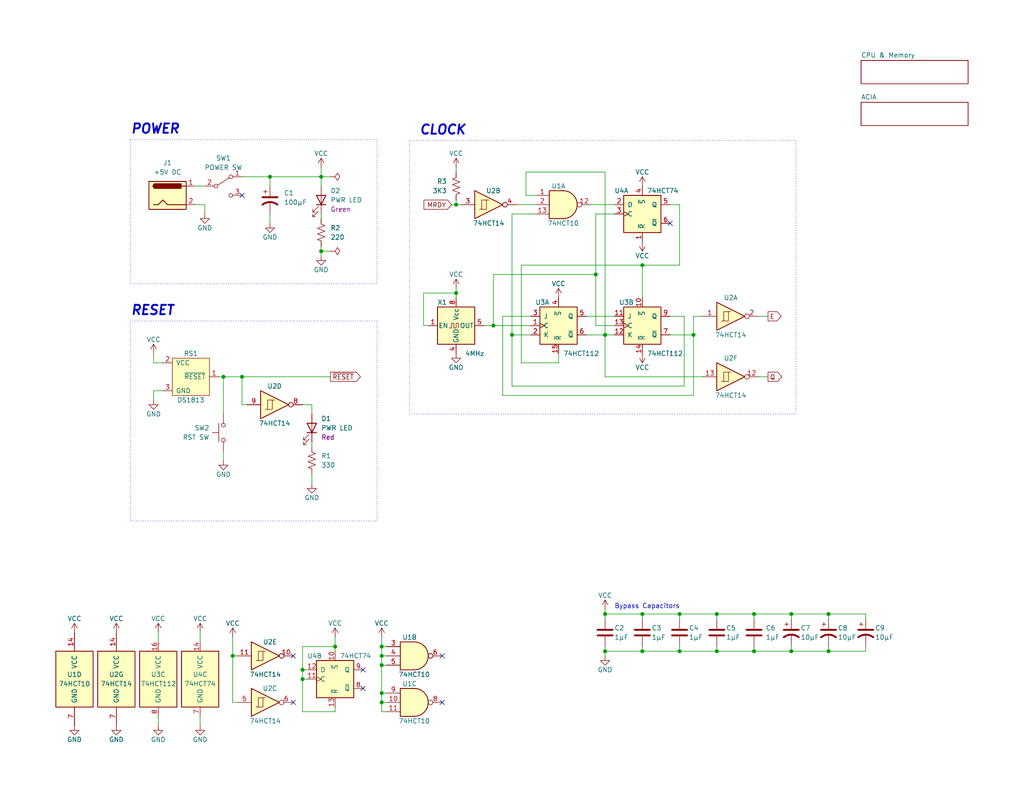
<source format=kicad_sch>
(kicad_sch (version 20230121) (generator eeschema)
  (paper "USLetter")
  (title_block (title "Power, Reset, Clock") (date "2024-02-18") (rev "1.0") (company "Frédéric Segard") (comment 1 "MicroHobbyist") (comment 2 "microhobbyist.com"))
  (lib_symbols
    (symbol "0_Library:DS1813" (pin_names (offset 1.016))
      (property "Reference" "RS" (at 0 2.54 0))
      (property "Value" "DS1813" (at 0 0 0))
      (symbol "DS1813_0_1"
        (rectangle (start 5.08 -1.27) (end -5.08 -11.43) (fill (type background)))
      )
      (symbol "DS1813_1_1"
        (pin output line (at 7.62 -6.35 180) (length 2.54) (name "~{RESET}") (number "1"))
        (pin input line (at -7.62 -2.54 0) (length 2.54) (name "VCC") (number "2"))
        (pin power_in line (at -7.62 -10.16 0) (length 2.54) (name "GND") (number "3"))
      )
    )
    (symbol "74xx:74HC74" (pin_names (offset 1.016))
      (property "Reference" "U" (at -7.62 8.89 0))
      (property "Value" "74HC74" (at -7.62 -8.89 0))
      (symbol "74HC74_1_0"
        (pin input line (at 0 -7.62 90) (length 2.54) (name "~{R}") (number "1"))
        (pin input line (at -7.62 2.54 0) (length 2.54) (name "D") (number "2"))
        (pin input clock (at -7.62 0 0) (length 2.54) (name "C") (number "3"))
        (pin input line (at 0 7.62 270) (length 2.54) (name "~{S}") (number "4"))
        (pin output line (at 7.62 2.54 180) (length 2.54) (name "Q") (number "5"))
        (pin output line (at 7.62 -2.54 180) (length 2.54) (name "~{Q}") (number "6"))
      )
      (symbol "74HC74_1_1"
        (rectangle (start -5.08 5.08) (end 5.08 -5.08) (stroke (width 0.254)) (fill (type background)))
      )
      (symbol "74HC74_2_0"
        (pin input line (at 0 7.62 270) (length 2.54) (name "~{S}") (number "10"))
        (pin input clock (at -7.62 0 0) (length 2.54) (name "C") (number "11"))
        (pin input line (at -7.62 2.54 0) (length 2.54) (name "D") (number "12"))
        (pin input line (at 0 -7.62 90) (length 2.54) (name "~{R}") (number "13"))
        (pin output line (at 7.62 -2.54 180) (length 2.54) (name "~{Q}") (number "8"))
        (pin output line (at 7.62 2.54 180) (length 2.54) (name "Q") (number "9"))
      )
      (symbol "74HC74_2_1"
        (rectangle (start -5.08 5.08) (end 5.08 -5.08) (stroke (width 0.254)) (fill (type background)))
      )
      (symbol "74HC74_3_0"
        (pin power_in line (at 0 10.16 270) (length 2.54) (name "VCC") (number "14"))
        (pin power_in line (at 0 -10.16 90) (length 2.54) (name "GND") (number "7"))
      )
      (symbol "74HC74_3_1"
        (rectangle (start -5.08 7.62) (end 5.08 -7.62) (stroke (width 0.254)) (fill (type background)))
      )
    )
    (symbol "74xx:74LS10" (pin_names (offset 1.016))
      (property "Reference" "U" (at 0 1.27 0))
      (property "Value" "74LS10" (at 0 -1.27 0))
      (symbol "74LS10_1_1"
        (arc (start 0 -3.81) (mid 3.7934 0) (end 0 3.81) (stroke (width 0.254)) (fill (type background)))
        (polyline (pts (xy 0 3.81) (xy -3.81 3.81) (xy -3.81 -3.81) (xy 0 -3.81)) (stroke (width 0.254)) (fill (type background)))
        (pin input line (at -7.62 2.54 0) (length 3.81) (name "~") (number "1"))
        (pin output inverted (at 7.62 0 180) (length 3.81) (name "~") (number "12"))
        (pin input line (at -7.62 -2.54 0) (length 3.81) (name "~") (number "13"))
        (pin input line (at -7.62 0 0) (length 3.81) (name "~") (number "2"))
      )
      (symbol "74LS10_1_2"
        (arc (start -3.81 -3.81) (mid -2.589 0) (end -3.81 3.81) (stroke (width 0.254)))
        (arc (start -0.6096 -3.81) (mid 2.1842 -2.5851) (end 3.81 0) (stroke (width 0.254)) (fill (type background)))
        (polyline (pts (xy -3.81 -3.81) (xy -0.635 -3.81)) (stroke (width 0.254)) (fill (type background)))
        (polyline (pts (xy -3.81 3.81) (xy -0.635 3.81)) (stroke (width 0.254)) (fill (type background)))
        (polyline (pts (xy -0.635 3.81) (xy -3.81 3.81) (xy -3.81 3.81) (xy -3.556 3.4036) (xy -3.0226 2.2606) (xy -2.6924 1.0414) (xy -2.6162 -0.254) (xy -2.7686 -1.4986) (xy -3.175 -2.7178) (xy -3.81 -3.81) (xy -3.81 -3.81) (xy -0.635 -3.81)) (stroke (width -25.4)) (fill (type background)))
        (arc (start 3.81 0) (mid 2.1915 2.5936) (end -0.6096 3.81) (stroke (width 0.254)) (fill (type background)))
        (pin input inverted (at -7.62 2.54 0) (length 4.318) (name "~") (number "1"))
        (pin output line (at 7.62 0 180) (length 3.81) (name "~") (number "12"))
        (pin input inverted (at -7.62 -2.54 0) (length 4.318) (name "~") (number "13"))
        (pin input inverted (at -7.62 0 0) (length 4.953) (name "~") (number "2"))
      )
      (symbol "74LS10_2_1"
        (arc (start 0 -3.81) (mid 3.7934 0) (end 0 3.81) (stroke (width 0.254)) (fill (type background)))
        (polyline (pts (xy 0 3.81) (xy -3.81 3.81) (xy -3.81 -3.81) (xy 0 -3.81)) (stroke (width 0.254)) (fill (type background)))
        (pin input line (at -7.62 2.54 0) (length 3.81) (name "~") (number "3"))
        (pin input line (at -7.62 0 0) (length 3.81) (name "~") (number "4"))
        (pin input line (at -7.62 -2.54 0) (length 3.81) (name "~") (number "5"))
        (pin output inverted (at 7.62 0 180) (length 3.81) (name "~") (number "6"))
      )
      (symbol "74LS10_2_2"
        (arc (start -3.81 -3.81) (mid -2.589 0) (end -3.81 3.81) (stroke (width 0.254)))
        (arc (start -0.6096 -3.81) (mid 2.1842 -2.5851) (end 3.81 0) (stroke (width 0.254)) (fill (type background)))
        (polyline (pts (xy -3.81 -3.81) (xy -0.635 -3.81)) (stroke (width 0.254)) (fill (type background)))
        (polyline (pts (xy -3.81 3.81) (xy -0.635 3.81)) (stroke (width 0.254)) (fill (type background)))
        (polyline (pts (xy -0.635 3.81) (xy -3.81 3.81) (xy -3.81 3.81) (xy -3.556 3.4036) (xy -3.0226 2.2606) (xy -2.6924 1.0414) (xy -2.6162 -0.254) (xy -2.7686 -1.4986) (xy -3.175 -2.7178) (xy -3.81 -3.81) (xy -3.81 -3.81) (xy -0.635 -3.81)) (stroke (width -25.4)) (fill (type background)))
        (arc (start 3.81 0) (mid 2.1915 2.5936) (end -0.6096 3.81) (stroke (width 0.254)) (fill (type background)))
        (pin input inverted (at -7.62 2.54 0) (length 4.318) (name "~") (number "3"))
        (pin input inverted (at -7.62 0 0) (length 4.953) (name "~") (number "4"))
        (pin input inverted (at -7.62 -2.54 0) (length 4.318) (name "~") (number "5"))
        (pin output line (at 7.62 0 180) (length 3.81) (name "~") (number "6"))
      )
      (symbol "74LS10_3_1"
        (arc (start 0 -3.81) (mid 3.7934 0) (end 0 3.81) (stroke (width 0.254)) (fill (type background)))
        (polyline (pts (xy 0 3.81) (xy -3.81 3.81) (xy -3.81 -3.81) (xy 0 -3.81)) (stroke (width 0.254)) (fill (type background)))
        (pin input line (at -7.62 0 0) (length 3.81) (name "~") (number "10"))
        (pin input line (at -7.62 -2.54 0) (length 3.81) (name "~") (number "11"))
        (pin output inverted (at 7.62 0 180) (length 3.81) (name "~") (number "8"))
        (pin input line (at -7.62 2.54 0) (length 3.81) (name "~") (number "9"))
      )
      (symbol "74LS10_3_2"
        (arc (start -3.81 -3.81) (mid -2.589 0) (end -3.81 3.81) (stroke (width 0.254)))
        (arc (start -0.6096 -3.81) (mid 2.1842 -2.5851) (end 3.81 0) (stroke (width 0.254)) (fill (type background)))
        (polyline (pts (xy -3.81 -3.81) (xy -0.635 -3.81)) (stroke (width 0.254)) (fill (type background)))
        (polyline (pts (xy -3.81 3.81) (xy -0.635 3.81)) (stroke (width 0.254)) (fill (type background)))
        (polyline (pts (xy -0.635 3.81) (xy -3.81 3.81) (xy -3.81 3.81) (xy -3.556 3.4036) (xy -3.0226 2.2606) (xy -2.6924 1.0414) (xy -2.6162 -0.254) (xy -2.7686 -1.4986) (xy -3.175 -2.7178) (xy -3.81 -3.81) (xy -3.81 -3.81) (xy -0.635 -3.81)) (stroke (width -25.4)) (fill (type background)))
        (arc (start 3.81 0) (mid 2.1915 2.5936) (end -0.6096 3.81) (stroke (width 0.254)) (fill (type background)))
        (pin input inverted (at -7.62 0 0) (length 4.953) (name "~") (number "10"))
        (pin input inverted (at -7.62 -2.54 0) (length 4.318) (name "~") (number "11"))
        (pin output line (at 7.62 0 180) (length 3.81) (name "~") (number "8"))
        (pin input inverted (at -7.62 2.54 0) (length 4.318) (name "~") (number "9"))
      )
      (symbol "74LS10_4_0"
        (pin power_in line (at 0 12.7 270) (length 5.08) (name "VCC") (number "14"))
        (pin power_in line (at 0 -12.7 90) (length 5.08) (name "GND") (number "7"))
      )
      (symbol "74LS10_4_1"
        (rectangle (start -5.08 7.62) (end 5.08 -7.62) (stroke (width 0.254)) (fill (type background)))
      )
    )
    (symbol "74xx:74LS112" (pin_names (offset 1.016))
      (property "Reference" "U" (at -7.62 8.89 0))
      (property "Value" "74LS112" (at -7.62 -8.89 0))
      (symbol "74LS112_1_0"
        (pin input clock (at -7.62 0 0) (length 2.54) (name "C") (number "1"))
        (pin input line (at 0 -7.62 90) (length 2.54) (name "~{R}") (number "15"))
        (pin input line (at -7.62 -2.54 0) (length 2.54) (name "K") (number "2"))
        (pin input line (at -7.62 2.54 0) (length 2.54) (name "J") (number "3"))
        (pin input line (at 0 7.62 270) (length 2.54) (name "~{S}") (number "4"))
        (pin output line (at 7.62 2.54 180) (length 2.54) (name "Q") (number "5"))
        (pin output line (at 7.62 -2.54 180) (length 2.54) (name "~{Q}") (number "6"))
      )
      (symbol "74LS112_1_1"
        (rectangle (start -5.08 5.08) (end 5.08 -5.08) (stroke (width 0.254)) (fill (type background)))
      )
      (symbol "74LS112_2_0"
        (pin input line (at 0 7.62 270) (length 2.54) (name "~{S}") (number "10"))
        (pin input line (at -7.62 2.54 0) (length 2.54) (name "J") (number "11"))
        (pin input line (at -7.62 -2.54 0) (length 2.54) (name "K") (number "12"))
        (pin input clock (at -7.62 0 0) (length 2.54) (name "C") (number "13"))
        (pin input line (at 0 -7.62 90) (length 2.54) (name "~{R}") (number "14"))
        (pin output line (at 7.62 -2.54 180) (length 2.54) (name "~{Q}") (number "7"))
        (pin output line (at 7.62 2.54 180) (length 2.54) (name "Q") (number "9"))
      )
      (symbol "74LS112_2_1"
        (rectangle (start -5.08 5.08) (end 5.08 -5.08) (stroke (width 0.254)) (fill (type background)))
      )
      (symbol "74LS112_3_0"
        (pin power_in line (at 0 10.16 270) (length 2.54) (name "VCC") (number "16"))
        (pin power_in line (at 0 -10.16 90) (length 2.54) (name "GND") (number "8"))
      )
      (symbol "74LS112_3_1"
        (rectangle (start -5.08 7.62) (end 5.08 -7.62) (stroke (width 0.254)) (fill (type background)))
      )
    )
    (symbol "74xx:74LS14" (pin_names (offset 1.016))
      (property "Reference" "U" (at 0 1.27 0))
      (property "Value" "74LS14" (at 0 -1.27 0))
      (symbol "74LS14_1_0"
        (polyline (pts (xy -3.81 3.81) (xy -3.81 -3.81) (xy 3.81 0) (xy -3.81 3.81)) (stroke (width 0.254)) (fill (type background)))
        (pin input line (at -7.62 0 0) (length 3.81) (name "~") (number "1"))
        (pin output inverted (at 7.62 0 180) (length 3.81) (name "~") (number "2"))
      )
      (symbol "74LS14_1_1"
        (polyline (pts (xy -1.905 -1.27) (xy -1.905 1.27) (xy -0.635 1.27)))
        (polyline (pts (xy -2.54 -1.27) (xy -0.635 -1.27) (xy -0.635 1.27) (xy 0 1.27)))
      )
      (symbol "74LS14_2_0"
        (polyline (pts (xy -3.81 3.81) (xy -3.81 -3.81) (xy 3.81 0) (xy -3.81 3.81)) (stroke (width 0.254)) (fill (type background)))
        (pin input line (at -7.62 0 0) (length 3.81) (name "~") (number "3"))
        (pin output inverted (at 7.62 0 180) (length 3.81) (name "~") (number "4"))
      )
      (symbol "74LS14_2_1"
        (polyline (pts (xy -1.905 -1.27) (xy -1.905 1.27) (xy -0.635 1.27)))
        (polyline (pts (xy -2.54 -1.27) (xy -0.635 -1.27) (xy -0.635 1.27) (xy 0 1.27)))
      )
      (symbol "74LS14_3_0"
        (polyline (pts (xy -3.81 3.81) (xy -3.81 -3.81) (xy 3.81 0) (xy -3.81 3.81)) (stroke (width 0.254)) (fill (type background)))
        (pin input line (at -7.62 0 0) (length 3.81) (name "~") (number "5"))
        (pin output inverted (at 7.62 0 180) (length 3.81) (name "~") (number "6"))
      )
      (symbol "74LS14_3_1"
        (polyline (pts (xy -1.905 -1.27) (xy -1.905 1.27) (xy -0.635 1.27)))
        (polyline (pts (xy -2.54 -1.27) (xy -0.635 -1.27) (xy -0.635 1.27) (xy 0 1.27)))
      )
      (symbol "74LS14_4_0"
        (polyline (pts (xy -3.81 3.81) (xy -3.81 -3.81) (xy 3.81 0) (xy -3.81 3.81)) (stroke (width 0.254)) (fill (type background)))
        (pin output inverted (at 7.62 0 180) (length 3.81) (name "~") (number "8"))
        (pin input line (at -7.62 0 0) (length 3.81) (name "~") (number "9"))
      )
      (symbol "74LS14_4_1"
        (polyline (pts (xy -1.905 -1.27) (xy -1.905 1.27) (xy -0.635 1.27)))
        (polyline (pts (xy -2.54 -1.27) (xy -0.635 -1.27) (xy -0.635 1.27) (xy 0 1.27)))
      )
      (symbol "74LS14_5_0"
        (polyline (pts (xy -3.81 3.81) (xy -3.81 -3.81) (xy 3.81 0) (xy -3.81 3.81)) (stroke (width 0.254)) (fill (type background)))
        (pin output inverted (at 7.62 0 180) (length 3.81) (name "~") (number "10"))
        (pin input line (at -7.62 0 0) (length 3.81) (name "~") (number "11"))
      )
      (symbol "74LS14_5_1"
        (polyline (pts (xy -1.905 -1.27) (xy -1.905 1.27) (xy -0.635 1.27)))
        (polyline (pts (xy -2.54 -1.27) (xy -0.635 -1.27) (xy -0.635 1.27) (xy 0 1.27)))
      )
      (symbol "74LS14_6_0"
        (polyline (pts (xy -3.81 3.81) (xy -3.81 -3.81) (xy 3.81 0) (xy -3.81 3.81)) (stroke (width 0.254)) (fill (type background)))
        (pin output inverted (at 7.62 0 180) (length 3.81) (name "~") (number "12"))
        (pin input line (at -7.62 0 0) (length 3.81) (name "~") (number "13"))
      )
      (symbol "74LS14_6_1"
        (polyline (pts (xy -1.905 -1.27) (xy -1.905 1.27) (xy -0.635 1.27)))
        (polyline (pts (xy -2.54 -1.27) (xy -0.635 -1.27) (xy -0.635 1.27) (xy 0 1.27)))
      )
      (symbol "74LS14_7_0"
        (pin power_in line (at 0 12.7 270) (length 5.08) (name "VCC") (number "14"))
        (pin power_in line (at 0 -12.7 90) (length 5.08) (name "GND") (number "7"))
      )
      (symbol "74LS14_7_1"
        (rectangle (start -5.08 7.62) (end 5.08 -7.62) (stroke (width 0.254)) (fill (type background)))
      )
    )
    (symbol "Connector:Barrel_Jack" (pin_names (offset 1.016))
      (property "Reference" "J" (at 0 5.334 0))
      (property "Value" "Barrel_Jack" (at 0 -5.08 0))
      (symbol "Barrel_Jack_0_1"
        (rectangle (start -5.08 3.81) (end 5.08 -3.81) (stroke (width 0.254)) (fill (type background)))
        (arc (start -3.302 3.175) (mid -3.9343 2.54) (end -3.302 1.905) (stroke (width 0.254)))
        (arc (start -3.302 3.175) (mid -3.9343 2.54) (end -3.302 1.905) (stroke (width 0.254)) (fill (type outline)))
        (polyline (pts (xy 5.08 2.54) (xy 3.81 2.54)) (stroke (width 0.254)))
        (polyline (pts (xy -3.81 -2.54) (xy -2.54 -2.54) (xy -1.27 -1.27) (xy 0 -2.54) (xy 2.54 -2.54) (xy 5.08 -2.54)) (stroke (width 0.254)))
        (rectangle (start 3.683 3.175) (end -3.302 1.905) (stroke (width 0.254)) (fill (type outline)))
      )
      (symbol "Barrel_Jack_1_1"
        (pin passive line (at 7.62 2.54 180) (length 2.54) (name "~") (number "1"))
        (pin passive line (at 7.62 -2.54 180) (length 2.54) (name "~") (number "2"))
      )
    )
    (symbol "Device:C" (pin_numbers hide) (pin_names (offset 0.254))
      (property "Reference" "C" (at 0.635 2.54 0))
      (property "Value" "C" (at 0.635 -2.54 0))
      (symbol "C_0_1"
        (polyline (pts (xy -2.032 -0.762) (xy 2.032 -0.762)) (stroke (width 0.508)))
        (polyline (pts (xy -2.032 0.762) (xy 2.032 0.762)) (stroke (width 0.508)))
      )
      (symbol "C_1_1"
        (pin passive line (at 0 3.81 270) (length 2.794) (name "~") (number "1"))
        (pin passive line (at 0 -3.81 90) (length 2.794) (name "~") (number "2"))
      )
    )
    (symbol "Device:C_Polarized_US" (pin_numbers hide) (pin_names (offset 0.254) hide)
      (property "Reference" "C" (at 0.635 2.54 0))
      (property "Value" "C_Polarized_US" (at 0.635 -2.54 0))
      (symbol "C_Polarized_US_0_1"
        (polyline (pts (xy -2.032 0.762) (xy 2.032 0.762)) (stroke (width 0.508)))
        (polyline (pts (xy -1.778 2.286) (xy -0.762 2.286)))
        (polyline (pts (xy -1.27 1.778) (xy -1.27 2.794)))
        (arc (start 2.032 -1.27) (mid 0 -0.5572) (end -2.032 -1.27) (stroke (width 0.508)))
      )
      (symbol "C_Polarized_US_1_1"
        (pin passive line (at 0 3.81 270) (length 2.794) (name "~") (number "1"))
        (pin passive line (at 0 -3.81 90) (length 3.302) (name "~") (number "2"))
      )
    )
    (symbol "Device:LED" (pin_numbers hide) (pin_names (offset 1.016) hide)
      (property "Reference" "D" (at 0 2.54 0))
      (property "Value" "LED" (at 0 -2.54 0))
      (symbol "LED_0_1"
        (polyline (pts (xy -1.27 -1.27) (xy -1.27 1.27)) (stroke (width 0.254)))
        (polyline (pts (xy -1.27 0) (xy 1.27 0)))
        (polyline (pts (xy 1.27 -1.27) (xy 1.27 1.27) (xy -1.27 0) (xy 1.27 -1.27)) (stroke (width 0.254)))
        (polyline (pts (xy -3.048 -0.762) (xy -4.572 -2.286) (xy -3.81 -2.286) (xy -4.572 -2.286) (xy -4.572 -1.524)))
        (polyline (pts (xy -1.778 -0.762) (xy -3.302 -2.286) (xy -2.54 -2.286) (xy -3.302 -2.286) (xy -3.302 -1.524)))
      )
      (symbol "LED_1_1"
        (pin passive line (at -3.81 0 0) (length 2.54) (name "K") (number "1"))
        (pin passive line (at 3.81 0 180) (length 2.54) (name "A") (number "2"))
      )
    )
    (symbol "Device:R_US" (pin_numbers hide) (pin_names (offset 0))
      (property "Reference" "R" (at 2.54 0 90))
      (property "Value" "R_US" (at -2.54 0 90))
      (symbol "R_US_0_1"
        (polyline (pts (xy 0 -2.286) (xy 0 -2.54)))
        (polyline (pts (xy 0 2.286) (xy 0 2.54)))
        (polyline (pts (xy 0 -0.762) (xy 1.016 -1.143) (xy 0 -1.524) (xy -1.016 -1.905) (xy 0 -2.286)))
        (polyline (pts (xy 0 0.762) (xy 1.016 0.381) (xy 0 0) (xy -1.016 -0.381) (xy 0 -0.762)))
        (polyline (pts (xy 0 2.286) (xy 1.016 1.905) (xy 0 1.524) (xy -1.016 1.143) (xy 0 0.762)))
      )
      (symbol "R_US_1_1"
        (pin passive line (at 0 3.81 270) (length 1.27) (name "~") (number "1"))
        (pin passive line (at 0 -3.81 90) (length 1.27) (name "~") (number "2"))
      )
    )
    (symbol "Oscillator:CXO_DIP8" (pin_names (offset 0.254))
      (property "Reference" "X" (at -5.08 6.35 0))
      (property "Value" "CXO_DIP8" (at 1.27 -6.35 0))
      (symbol "CXO_DIP8_0_1"
        (rectangle (start -5.08 5.08) (end 5.08 -5.08) (stroke (width 0.254)) (fill (type background)))
        (polyline (pts (xy -1.905 -0.635) (xy -1.27 -0.635) (xy -1.27 0.635) (xy -0.635 0.635) (xy -0.635 -0.635) (xy 0 -0.635) (xy 0 0.635) (xy 0.635 0.635) (xy 0.635 -0.635)))
      )
      (symbol "CXO_DIP8_1_1"
        (pin input line (at -7.62 0 0) (length 2.54) (name "EN") (number "1"))
        (pin power_in line (at 0 -7.62 90) (length 2.54) (name "GND") (number "4"))
        (pin output line (at 7.62 0 180) (length 2.54) (name "OUT") (number "5"))
        (pin power_in line (at 0 7.62 270) (length 2.54) (name "Vcc") (number "8"))
      )
    )
    (symbol "Switch:SW_Push" (pin_numbers hide) (pin_names (offset 1.016) hide)
      (property "Reference" "SW" (at 1.27 2.54 0))
      (property "Value" "SW_Push" (at 0 -1.524 0))
      (symbol "SW_Push_0_1"
        (circle (center -2.032 0) (radius 0.508))
        (polyline (pts (xy 0 1.27) (xy 0 3.048)))
        (polyline (pts (xy 2.54 1.27) (xy -2.54 1.27)))
        (circle (center 2.032 0) (radius 0.508))
        (pin passive line (at -5.08 0 0) (length 2.54) (name "1") (number "1"))
        (pin passive line (at 5.08 0 180) (length 2.54) (name "2") (number "2"))
      )
    )
    (symbol "Switch:SW_SPDT" (pin_names (offset 0) hide)
      (property "Reference" "SW" (at 0 4.318 0))
      (property "Value" "SW_SPDT" (at 0 -5.08 0))
      (symbol "SW_SPDT_0_0"
        (circle (center -2.032 0) (radius 0.508))
        (circle (center 2.032 -2.54) (radius 0.508))
      )
      (symbol "SW_SPDT_0_1"
        (polyline (pts (xy -1.524 0.254) (xy 1.651 2.286)))
        (circle (center 2.032 2.54) (radius 0.508))
      )
      (symbol "SW_SPDT_1_1"
        (pin passive line (at 5.08 2.54 180) (length 2.54) (name "A") (number "1"))
        (pin passive line (at -5.08 0 0) (length 2.54) (name "B") (number "2"))
        (pin passive line (at 5.08 -2.54 180) (length 2.54) (name "C") (number "3"))
      )
    )
    (symbol "power:GND" (power) (pin_names (offset 0))
      (property "Value" "GND" (at 0 -3.81 0))
      (symbol "GND_0_1"
        (polyline (pts (xy 0 0) (xy 0 -1.27) (xy 1.27 -1.27) (xy 0 -2.54) (xy -1.27 -1.27) (xy 0 -1.27)))
      )
      (symbol "GND_1_1"
        (pin power_in line (at 0 0 270) (length 0) hide (name "GND") (number "1"))
      )
    )
    (symbol "power:PWR_FLAG" (power) (pin_numbers hide) (pin_names (offset 0) hide)
      (property "Value" "PWR_FLAG" (at 0 3.81 0))
      (symbol "PWR_FLAG_0_0"
        (pin power_out line (at 0 0 90) (length 0) (name "pwr") (number "1"))
      )
      (symbol "PWR_FLAG_0_1"
        (polyline (pts (xy 0 0) (xy 0 1.27) (xy -1.016 1.905) (xy 0 2.54) (xy 1.016 1.905) (xy 0 1.27)))
      )
    )
    (symbol "power:VCC" (power) (pin_names (offset 0))
      (property "Value" "VCC" (at 0 3.81 0))
      (symbol "VCC_0_1"
        (polyline (pts (xy -0.762 1.27) (xy 0 2.54)))
        (polyline (pts (xy 0 0) (xy 0 2.54)))
        (polyline (pts (xy 0 2.54) (xy 0.762 1.27)))
      )
      (symbol "VCC_1_1"
        (pin power_in line (at 0 0 90) (length 0) hide (name "VCC") (number "1"))
      )
    )
  )
  (junction (at 185.42 167.64))
  (junction (at 104.14 179.07))
  (junction (at 104.14 191.77))
  (junction (at 139.7 91.44))
  (junction (at 226.06 167.64))
  (junction (at 104.14 181.61))
  (junction (at 205.74 177.8))
  (junction (at 60.96 102.87))
  (junction (at 175.26 72.39))
  (junction (at 104.14 189.23))
  (junction (at 165.1 91.44))
  (junction (at 185.42 177.8))
  (junction (at 205.74 167.64))
  (junction (at 162.56 74.93))
  (junction (at 87.63 48.26))
  (junction (at 189.23 91.44))
  (junction (at 175.26 177.8))
  (junction (at 165.1 177.8))
  (junction (at 66.04 102.87))
  (junction (at 63.5 179.07))
  (junction (at 91.44 176.53))
  (junction (at 87.63 68.58))
  (junction (at 124.46 80.01))
  (junction (at 134.62 88.9))
  (junction (at 215.9 167.64))
  (junction (at 165.1 167.64))
  (junction (at 82.55 185.42))
  (junction (at 73.66 48.26))
  (junction (at 195.58 177.8))
  (junction (at 215.9 177.8))
  (junction (at 195.58 167.64))
  (junction (at 226.06 177.8))
  (junction (at 82.55 182.88))
  (junction (at 175.26 167.64))
  (junction (at 104.14 176.53))
  (junction (at 124.46 55.88))
  (no_connect (at 80.01 179.07))
  (no_connect (at 120.65 191.77))
  (no_connect (at 80.01 191.77))
  (no_connect (at 120.65 179.07))
  (no_connect (at 99.06 187.96))
  (no_connect (at 66.04 53.34))
  (no_connect (at 99.06 182.88))
  (no_connect (at 182.88 60.96))
  (wire (pts (xy 236.22 176.53) (xy 236.22 177.8)))
  (wire (pts (xy 63.5 173.99) (xy 63.5 179.07)))
  (wire (pts (xy 215.9 177.8) (xy 226.06 177.8)))
  (wire (pts (xy 43.18 195.58) (xy 43.18 198.12)))
  (wire (pts (xy 104.14 189.23) (xy 105.41 189.23)))
  (wire (pts (xy 87.63 68.58) (xy 90.17 68.58)))
  (wire (pts (xy 207.01 102.87) (xy 209.55 102.87)))
  (wire (pts (xy 137.16 86.36) (xy 137.16 107.95)))
  (wire (pts (xy 87.63 48.26) (xy 73.66 48.26)))
  (wire (pts (xy 87.63 58.42) (xy 87.63 59.69)))
  (wire (pts (xy 91.44 194.31) (xy 82.55 194.31)))
  (wire (pts (xy 63.5 179.07) (xy 63.5 191.77)))
  (wire (pts (xy 186.69 86.36) (xy 186.69 105.41)))
  (wire (pts (xy 182.88 86.36) (xy 186.69 86.36)))
  (wire (pts (xy 175.26 167.64) (xy 185.42 167.64)))
  (wire (pts (xy 87.63 48.26) (xy 87.63 50.8)))
  (wire (pts (xy 165.1 91.44) (xy 165.1 46.99)))
  (wire (pts (xy 161.29 55.88) (xy 167.64 55.88)))
  (wire (pts (xy 124.46 78.74) (xy 124.46 80.01)))
  (wire (pts (xy 165.1 177.8) (xy 175.26 177.8)))
  (wire (pts (xy 143.51 53.34) (xy 146.05 53.34)))
  (wire (pts (xy 85.09 129.54) (xy 85.09 132.08)))
  (wire (pts (xy 189.23 91.44) (xy 182.88 91.44)))
  (wire (pts (xy 104.14 181.61) (xy 104.14 179.07)))
  (wire (pts (xy 104.14 181.61) (xy 105.41 181.61)))
  (wire (pts (xy 186.69 105.41) (xy 139.7 105.41)))
  (wire (pts (xy 207.01 86.36) (xy 209.55 86.36)))
  (wire (pts (xy 205.74 167.64) (xy 205.74 168.91)))
  (wire (pts (xy 43.18 172.72) (xy 43.18 175.26)))
  (wire (pts (xy 142.24 99.06) (xy 142.24 72.39)))
  (wire (pts (xy 105.41 194.31) (xy 104.14 194.31)))
  (wire (pts (xy 66.04 102.87) (xy 66.04 110.49)))
  (wire (pts (xy 44.45 99.06) (xy 41.91 99.06)))
  (wire (pts (xy 167.64 88.9) (xy 162.56 88.9)))
  (wire (pts (xy 195.58 167.64) (xy 205.74 167.64)))
  (wire (pts (xy 152.4 96.52) (xy 152.4 99.06)))
  (wire (pts (xy 185.42 55.88) (xy 182.88 55.88)))
  (wire (pts (xy 82.55 176.53) (xy 91.44 176.53)))
  (wire (pts (xy 54.61 172.72) (xy 54.61 175.26)))
  (wire (pts (xy 134.62 88.9) (xy 144.78 88.9)))
  (wire (pts (xy 104.14 176.53) (xy 105.41 176.53)))
  (wire (pts (xy 139.7 91.44) (xy 139.7 58.42)))
  (wire (pts (xy 82.55 182.88) (xy 83.82 182.88)))
  (wire (pts (xy 143.51 46.99) (xy 143.51 53.34)))
  (wire (pts (xy 236.22 167.64) (xy 236.22 168.91)))
  (wire (pts (xy 54.61 195.58) (xy 54.61 198.12)))
  (wire (pts (xy 142.24 72.39) (xy 175.26 72.39)))
  (wire (pts (xy 82.55 110.49) (xy 85.09 110.49)))
  (wire (pts (xy 87.63 45.72) (xy 87.63 48.26)))
  (wire (pts (xy 53.34 55.88) (xy 55.88 55.88)))
  (wire (pts (xy 185.42 167.64) (xy 185.42 168.91)))
  (wire (pts (xy 165.1 177.8) (xy 165.1 179.07)))
  (wire (pts (xy 60.96 102.87) (xy 60.96 113.03)))
  (wire (pts (xy 215.9 177.8) (xy 205.74 177.8)))
  (wire (pts (xy 104.14 189.23) (xy 104.14 181.61)))
  (wire (pts (xy 162.56 58.42) (xy 162.56 74.93)))
  (wire (pts (xy 139.7 58.42) (xy 146.05 58.42)))
  (wire (pts (xy 124.46 55.88) (xy 125.73 55.88)))
  (wire (pts (xy 144.78 86.36) (xy 137.16 86.36)))
  (wire (pts (xy 165.1 176.53) (xy 165.1 177.8)))
  (wire (pts (xy 124.46 54.61) (xy 124.46 55.88)))
  (wire (pts (xy 162.56 58.42) (xy 167.64 58.42)))
  (wire (pts (xy 195.58 167.64) (xy 195.58 168.91)))
  (wire (pts (xy 82.55 194.31) (xy 82.55 185.42)))
  (wire (pts (xy 41.91 99.06) (xy 41.91 96.52)))
  (wire (pts (xy 226.06 167.64) (xy 226.06 168.91)))
  (wire (pts (xy 63.5 191.77) (xy 64.77 191.77)))
  (wire (pts (xy 226.06 167.64) (xy 236.22 167.64)))
  (wire (pts (xy 123.19 55.88) (xy 124.46 55.88)))
  (wire (pts (xy 85.09 110.49) (xy 85.09 113.03)))
  (wire (pts (xy 73.66 58.42) (xy 73.66 60.96)))
  (wire (pts (xy 91.44 176.53) (xy 91.44 173.99)))
  (wire (pts (xy 165.1 167.64) (xy 175.26 167.64)))
  (wire (pts (xy 175.26 176.53) (xy 175.26 177.8)))
  (wire (pts (xy 215.9 168.91) (xy 215.9 167.64)))
  (wire (pts (xy 87.63 68.58) (xy 87.63 69.85)))
  (wire (pts (xy 185.42 177.8) (xy 195.58 177.8)))
  (wire (pts (xy 175.26 167.64) (xy 175.26 168.91)))
  (wire (pts (xy 137.16 107.95) (xy 189.23 107.95)))
  (wire (pts (xy 60.96 102.87) (xy 59.69 102.87)))
  (wire (pts (xy 134.62 74.93) (xy 162.56 74.93)))
  (wire (pts (xy 175.26 177.8) (xy 185.42 177.8)))
  (wire (pts (xy 189.23 107.95) (xy 189.23 91.44)))
  (wire (pts (xy 91.44 193.04) (xy 91.44 194.31)))
  (wire (pts (xy 140.97 55.88) (xy 146.05 55.88)))
  (wire (pts (xy 162.56 88.9) (xy 162.56 74.93)))
  (wire (pts (xy 185.42 176.53) (xy 185.42 177.8)))
  (wire (pts (xy 165.1 102.87) (xy 165.1 91.44)))
  (wire (pts (xy 189.23 86.36) (xy 191.77 86.36)))
  (wire (pts (xy 104.14 194.31) (xy 104.14 191.77)))
  (wire (pts (xy 160.02 86.36) (xy 167.64 86.36)))
  (wire (pts (xy 60.96 102.87) (xy 66.04 102.87)))
  (wire (pts (xy 165.1 46.99) (xy 143.51 46.99)))
  (wire (pts (xy 191.77 102.87) (xy 165.1 102.87)))
  (wire (pts (xy 104.14 191.77) (xy 105.41 191.77)))
  (wire (pts (xy 66.04 102.87) (xy 90.17 102.87)))
  (wire (pts (xy 152.4 99.06) (xy 142.24 99.06)))
  (wire (pts (xy 175.26 72.39) (xy 185.42 72.39)))
  (wire (pts (xy 160.02 91.44) (xy 165.1 91.44)))
  (wire (pts (xy 124.46 80.01) (xy 124.46 81.28)))
  (wire (pts (xy 115.57 88.9) (xy 115.57 80.01)))
  (wire (pts (xy 139.7 91.44) (xy 144.78 91.44)))
  (wire (pts (xy 67.31 110.49) (xy 66.04 110.49)))
  (wire (pts (xy 60.96 123.19) (xy 60.96 125.73)))
  (wire (pts (xy 134.62 74.93) (xy 134.62 88.9)))
  (wire (pts (xy 115.57 80.01) (xy 124.46 80.01)))
  (wire (pts (xy 185.42 167.64) (xy 195.58 167.64)))
  (wire (pts (xy 175.26 72.39) (xy 175.26 81.28)))
  (wire (pts (xy 215.9 167.64) (xy 226.06 167.64)))
  (wire (pts (xy 185.42 72.39) (xy 185.42 55.88)))
  (wire (pts (xy 215.9 176.53) (xy 215.9 177.8)))
  (wire (pts (xy 195.58 177.8) (xy 205.74 177.8)))
  (wire (pts (xy 91.44 176.53) (xy 91.44 177.8)))
  (wire (pts (xy 87.63 67.31) (xy 87.63 68.58)))
  (wire (pts (xy 215.9 167.64) (xy 205.74 167.64)))
  (wire (pts (xy 85.09 120.65) (xy 85.09 121.92)))
  (wire (pts (xy 116.84 88.9) (xy 115.57 88.9)))
  (wire (pts (xy 87.63 48.26) (xy 90.17 48.26)))
  (wire (pts (xy 124.46 45.72) (xy 124.46 46.99)))
  (wire (pts (xy 226.06 176.53) (xy 226.06 177.8)))
  (wire (pts (xy 44.45 106.68) (xy 41.91 106.68)))
  (wire (pts (xy 82.55 185.42) (xy 83.82 185.42)))
  (wire (pts (xy 139.7 105.41) (xy 139.7 91.44)))
  (wire (pts (xy 165.1 167.64) (xy 165.1 168.91)))
  (wire (pts (xy 104.14 173.99) (xy 104.14 176.53)))
  (wire (pts (xy 82.55 182.88) (xy 82.55 176.53)))
  (wire (pts (xy 41.91 106.68) (xy 41.91 109.22)))
  (wire (pts (xy 82.55 185.42) (xy 82.55 182.88)))
  (wire (pts (xy 63.5 179.07) (xy 64.77 179.07)))
  (wire (pts (xy 66.04 48.26) (xy 73.66 48.26)))
  (wire (pts (xy 55.88 55.88) (xy 55.88 58.42)))
  (wire (pts (xy 189.23 86.36) (xy 189.23 91.44)))
  (wire (pts (xy 195.58 176.53) (xy 195.58 177.8)))
  (wire (pts (xy 53.34 50.8) (xy 55.88 50.8)))
  (wire (pts (xy 165.1 166.37) (xy 165.1 167.64)))
  (wire (pts (xy 104.14 179.07) (xy 104.14 176.53)))
  (wire (pts (xy 104.14 179.07) (xy 105.41 179.07)))
  (wire (pts (xy 73.66 48.26) (xy 73.66 50.8)))
  (wire (pts (xy 104.14 191.77) (xy 104.14 189.23)))
  (wire (pts (xy 132.08 88.9) (xy 134.62 88.9)))
  (wire (pts (xy 165.1 91.44) (xy 167.64 91.44)))
  (wire (pts (xy 226.06 177.8) (xy 236.22 177.8)))
  (wire (pts (xy 205.74 176.53) (xy 205.74 177.8)))
  (rectangle (start 35.56 38.1) (end 102.87 77.47) (stroke (width 0) (type dot)))
  (rectangle (start 111.76 38.354) (end 217.17 113.03) (stroke (width 0) (type dot)))
  (rectangle (start 35.56 87.63) (end 102.87 142.24) (stroke (width 0) (type dot)))
  (text "RESET" (at 35.56 86.36 0) (effects (font (size 2.54 2.54) (thickness 0.508) bold italic) (justify left bottom)))
  (text "Bypass Capacitors" (at 167.64 166.37 0) (effects (font (size 1.27 1.27)) (justify left bottom)))
  (text "CLOCK" (at 114.3 37.084 0) (effects (font (size 2.54 2.54) (thickness 0.508) bold italic) (justify left bottom)))
  (text "POWER" (at 35.56 36.83 0) (effects (font (size 2.54 2.54) (thickness 0.508) bold italic) (justify left bottom)))
  (global_label "MRDY" (shape input) (at 123.19 55.88 180) (property "Intersheetrefs" "${INTERSHEET_REFS}" (effects hide)))
  (global_label "~{RESET}" (shape output) (at 90.17 102.87 0) (property "Intersheetrefs" "${INTERSHEET_REFS}" (effects hide)))
  (global_label "E" (shape output) (at 209.55 86.36 0) (property "Intersheetrefs" "${INTERSHEET_REFS}" (effects hide)))
  (global_label "Q" (shape output) (at 209.55 102.87 0) (property "Intersheetrefs" "${INTERSHEET_REFS}" (effects hide)))
  (symbol (lib_id "Device:R_US") (at 85.09 125.73 0) (unit 1)
    (property "Reference" "R1" (at 87.63 124.46 0) (effects (justify left)))
    (property "Value" "330" (at 87.63 127 0) (effects (justify left)))
  )
  (symbol (lib_id "Device:C") (at 165.1 172.72 0) (unit 1)
    (property "Reference" "C2" (at 167.64 171.45 0) (effects (justify left)))
    (property "Value" "1µF" (at 167.64 173.99 0) (effects (justify left)))
  )
  (symbol (lib_id "power:GND") (at 43.18 198.12 0) (mirror y) (unit 1)
    (property "Reference" "#PWR08" (effects hide))
    (property "Value" "GND" (at 43.18 201.93 0))
  )
  (symbol (lib_id "power:PWR_FLAG") (at 90.17 68.58 270) (unit 1)
    (property "Reference" "#FLG02" (effects hide))
    (property "Value" "PWR_FLAG" (effects hide))
  )
  (symbol (lib_id "74xx:74LS14") (at 74.93 110.49 0) (unit 4)
    (property "Reference" "U2" (at 74.93 105.41 0))
    (property "Value" "74HCT14" (at 74.93 115.57 0))
    (property "Datasheet" "http://www.ti.com/lit/gpn/sn74LS14" (effects hide))
  )
  (symbol (lib_id "74xx:74LS14") (at 31.75 185.42 0) (mirror y) (unit 7)
    (property "Reference" "U2" (at 31.75 184.15 0))
    (property "Value" "74HCT14" (at 31.75 186.69 0))
    (property "Datasheet" "http://www.ti.com/lit/gpn/sn74LS14" (effects hide))
  )
  (symbol (lib_id "74xx:74HC74") (at 175.26 58.42 0) (unit 1)
    (property "Reference" "U4" (at 167.64 52.07 0) (effects (justify left)))
    (property "Value" "74HCT74" (at 176.53 52.07 0) (effects (justify left)))
    (property "Datasheet" "74xx/74hc_hct74.pdf" (effects hide))
  )
  (symbol (lib_id "power:GND") (at 31.75 198.12 0) (mirror y) (unit 1)
    (property "Reference" "#PWR04" (effects hide))
    (property "Value" "GND" (at 31.75 201.93 0))
  )
  (symbol (lib_id "power:VCC") (at 175.26 96.52 180) (unit 1)
    (property "Reference" "#PWR028" (effects hide))
    (property "Value" "VCC" (at 175.26 100.33 0))
  )
  (symbol (lib_id "power:VCC") (at 104.14 173.99 0) (unit 1)
    (property "Reference" "#PWR019" (effects hide))
    (property "Value" "VCC" (at 104.14 170.18 0))
  )
  (symbol (lib_id "power:GND") (at 87.63 69.85 0) (unit 1)
    (property "Reference" "#PWR017" (effects hide))
    (property "Value" "GND" (at 87.63 73.66 0))
  )
  (symbol (lib_id "74xx:74LS14") (at 199.39 102.87 0) (unit 6)
    (property "Reference" "U2" (at 199.39 97.79 0))
    (property "Value" "74HCT14" (at 199.39 107.95 0))
    (property "Datasheet" "http://www.ti.com/lit/gpn/sn74LS14" (effects hide))
  )
  (symbol (lib_id "Device:C_Polarized_US") (at 73.66 54.61 0) (unit 1)
    (property "Reference" "C1" (at 77.47 52.705 0) (effects (justify left)))
    (property "Value" "100µF" (at 77.47 55.245 0) (effects (justify left)))
  )
  (symbol (lib_id "74xx:74HC74") (at 54.61 185.42 0) (mirror y) (unit 3)
    (property "Reference" "U4" (at 54.61 184.15 0))
    (property "Value" "74HCT74" (at 54.61 186.69 0))
    (property "Datasheet" "74xx/74hc_hct74.pdf" (effects hide))
  )
  (symbol (lib_id "Device:C") (at 205.74 172.72 0) (unit 1)
    (property "Reference" "C6" (at 208.915 171.45 0) (effects (justify left)))
    (property "Value" "1µF" (at 208.915 173.99 0) (effects (justify left)))
  )
  (symbol (lib_id "power:VCC") (at 31.75 172.72 0) (mirror y) (unit 1)
    (property "Reference" "#PWR03" (effects hide))
    (property "Value" "VCC" (at 31.75 168.91 0))
  )
  (symbol (lib_id "power:VCC") (at 87.63 45.72 0) (unit 1)
    (property "Reference" "#PWR016" (effects hide))
    (property "Value" "VCC" (at 87.63 41.91 0))
  )
  (symbol (lib_id "Switch:SW_Push") (at 60.96 118.11 90) (mirror x) (unit 1)
    (property "Reference" "SW2" (at 57.15 116.84 90) (effects (justify left)))
    (property "Value" "RST SW" (at 57.15 119.38 90) (effects (justify left)))
  )
  (symbol (lib_id "74xx:74LS112") (at 43.18 185.42 0) (mirror y) (unit 3)
    (property "Reference" "U3" (at 43.18 184.15 0))
    (property "Value" "74HCT112" (at 43.18 186.69 0))
    (property "Datasheet" "http://www.ti.com/lit/gpn/sn74LS112" (effects hide))
  )
  (symbol (lib_id "Device:LED") (at 87.63 54.61 270) (mirror x) (unit 1)
    (property "Reference" "D2" (at 90.17 52.07 90) (effects (justify left)))
    (property "Value" "PWR LED" (at 90.17 54.61 90) (effects (justify left)))
    (property "Color" "Green" (at 90.17 57.15 90) (effects (justify left)))
  )
  (symbol (lib_id "Connector:Barrel_Jack") (at 45.72 53.34 0) (unit 1)
    (property "Reference" "J1" (at 45.72 44.45 0))
    (property "Value" "+5V DC" (at 45.72 46.99 0))
  )
  (symbol (lib_id "Device:C_Polarized_US") (at 226.06 172.72 0) (unit 1)
    (property "Reference" "C8" (at 228.6 171.45 0) (effects (justify left)))
    (property "Value" "10µF" (at 228.6 173.99 0) (effects (justify left)))
  )
  (symbol (lib_id "power:VCC") (at 152.4 81.28 0) (unit 1)
    (property "Reference" "#PWR023" (effects hide))
    (property "Value" "VCC" (at 152.4 77.47 0))
  )
  (symbol (lib_id "Device:C_Polarized_US") (at 236.22 172.72 0) (unit 1)
    (property "Reference" "C9" (at 238.76 171.45 0) (effects (justify left)))
    (property "Value" "10µF" (at 238.76 173.99 0) (effects (justify left)))
  )
  (symbol (lib_id "74xx:74LS14") (at 72.39 179.07 0) (unit 5)
    (property "Reference" "U2" (at 73.66 175.26 0))
    (property "Value" "74HCT14" (at 72.39 184.15 0))
    (property "Datasheet" "http://www.ti.com/lit/gpn/sn74LS14" (effects hide))
  )
  (symbol (lib_id "Oscillator:CXO_DIP8") (at 124.46 88.9 0) (unit 1)
    (property "Reference" "X1" (at 120.65 82.55 0))
    (property "Value" "4MHz" (at 129.54 96.52 0))
    (property "Footprint" "Oscillator:Oscillator_DIP-8" (effects hide))
    (property "Datasheet" "http://cdn-reichelt.de/documents/datenblatt/B400/OSZI.pdf" (effects hide))
  )
  (symbol (lib_id "74xx:74LS112") (at 175.26 88.9 0) (unit 2)
    (property "Reference" "U3" (at 168.91 82.55 0) (effects (justify left)))
    (property "Value" "74HCT112" (at 176.53 96.52 0) (effects (justify left)))
    (property "Datasheet" "http://www.ti.com/lit/gpn/sn74LS112" (effects hide))
  )
  (symbol (lib_id "power:VCC") (at 41.91 96.52 0) (unit 1)
    (property "Reference" "#PWR05" (effects hide))
    (property "Value" "VCC" (at 41.91 92.71 0))
  )
  (symbol (lib_id "power:GND") (at 85.09 132.08 0) (unit 1)
    (property "Reference" "#PWR015" (effects hide))
    (property "Value" "GND" (at 85.09 135.89 0))
  )
  (symbol (lib_id "power:GND") (at 41.91 109.22 0) (unit 1)
    (property "Reference" "#PWR06" (effects hide))
    (property "Value" "GND" (at 41.91 113.03 0))
  )
  (symbol (lib_id "power:VCC") (at 165.1 166.37 0) (unit 1)
    (property "Reference" "#PWR024" (effects hide))
    (property "Value" "VCC" (at 165.1 162.56 0))
  )
  (symbol (lib_id "power:VCC") (at 175.26 50.8 0) (unit 1)
    (property "Reference" "#PWR026" (effects hide))
    (property "Value" "VCC" (at 175.26 46.99 0))
  )
  (symbol (lib_id "74xx:74LS14") (at 199.39 86.36 0) (unit 1)
    (property "Reference" "U2" (at 199.39 81.28 0))
    (property "Value" "74HCT14" (at 199.39 91.44 0))
    (property "Datasheet" "http://www.ti.com/lit/gpn/sn74LS14" (effects hide))
  )
  (symbol (lib_id "Device:C") (at 195.58 172.72 0) (unit 1)
    (property "Reference" "C5" (at 198.12 171.45 0) (effects (justify left)))
    (property "Value" "1µF" (at 198.12 173.99 0) (effects (justify left)))
  )
  (symbol (lib_id "power:GND") (at 20.32 198.12 0) (mirror y) (unit 1)
    (property "Reference" "#PWR02" (effects hide))
    (property "Value" "GND" (at 20.32 201.93 0))
  )
  (symbol (lib_id "power:GND") (at 73.66 60.96 0) (unit 1)
    (property "Reference" "#PWR014" (effects hide))
    (property "Value" "GND" (at 73.66 64.77 0))
  )
  (symbol (lib_id "power:VCC") (at 91.44 173.99 0) (unit 1)
    (property "Reference" "#PWR018" (effects hide))
    (property "Value" "VCC" (at 91.44 170.18 0))
  )
  (symbol (lib_id "power:VCC") (at 54.61 172.72 0) (mirror y) (unit 1)
    (property "Reference" "#PWR09" (effects hide))
    (property "Value" "VCC" (at 54.61 168.91 0))
  )
  (symbol (lib_id "74xx:74LS14") (at 72.39 191.77 0) (unit 3)
    (property "Reference" "U2" (at 73.66 187.96 0))
    (property "Value" "74HCT14" (at 72.39 196.85 0))
    (property "Datasheet" "http://www.ti.com/lit/gpn/sn74LS14" (effects hide))
  )
  (symbol (lib_id "Switch:SW_SPDT") (at 60.96 50.8 0) (unit 1)
    (property "Reference" "SW1" (at 60.96 43.18 0))
    (property "Value" "POWER SW" (at 60.96 45.72 0))
  )
  (symbol (lib_id "power:VCC") (at 175.26 66.04 0) (mirror x) (unit 1)
    (property "Reference" "#PWR027" (effects hide))
    (property "Value" "VCC" (at 175.26 69.85 0))
  )
  (symbol (lib_id "power:VCC") (at 20.32 172.72 0) (mirror y) (unit 1)
    (property "Reference" "#PWR01" (effects hide))
    (property "Value" "VCC" (at 20.32 168.91 0))
  )
  (symbol (lib_id "Device:LED") (at 85.09 116.84 270) (mirror x) (unit 1)
    (property "Reference" "D1" (at 87.63 114.3 90) (effects (justify left)))
    (property "Value" "PWR LED" (at 87.63 116.84 90) (effects (justify left)))
    (property "Color" "Red" (at 87.63 119.38 90) (effects (justify left)))
  )
  (symbol (lib_id "power:GND") (at 54.61 198.12 0) (mirror y) (unit 1)
    (property "Reference" "#PWR010" (effects hide))
    (property "Value" "GND" (at 54.61 201.93 0))
  )
  (symbol (lib_id "Device:R_US") (at 124.46 50.8 0) (mirror y) (unit 1)
    (property "Reference" "R3" (at 121.92 49.53 0) (effects (justify left)))
    (property "Value" "3K3" (at 121.92 52.07 0) (effects (justify left)))
  )
  (symbol (lib_id "Device:C") (at 175.26 172.72 0) (unit 1)
    (property "Reference" "C3" (at 177.8 171.45 0) (effects (justify left)))
    (property "Value" "1µF" (at 177.8 173.99 0) (effects (justify left)))
  )
  (symbol (lib_id "Device:C") (at 185.42 172.72 0) (unit 1)
    (property "Reference" "C4" (at 187.96 171.45 0) (effects (justify left)))
    (property "Value" "1µF" (at 187.96 173.99 0) (effects (justify left)))
  )
  (symbol (lib_id "74xx:74HC74") (at 91.44 185.42 0) (unit 2)
    (property "Reference" "U4" (at 83.82 179.07 0) (effects (justify left)))
    (property "Value" "74HCT74" (at 92.71 179.07 0) (effects (justify left)))
    (property "Datasheet" "74xx/74hc_hct74.pdf" (effects hide))
  )
  (symbol (lib_id "power:GND") (at 124.46 96.52 0) (unit 1)
    (property "Reference" "#PWR022" (effects hide))
    (property "Value" "GND" (at 124.46 100.33 0))
  )
  (symbol (lib_id "Device:C_Polarized_US") (at 215.9 172.72 0) (unit 1)
    (property "Reference" "C7" (at 218.44 171.45 0) (effects (justify left)))
    (property "Value" "10µF" (at 218.44 173.99 0) (effects (justify left)))
  )
  (symbol (lib_id "power:VCC") (at 124.46 45.72 0) (unit 1)
    (property "Reference" "#PWR020" (effects hide))
    (property "Value" "VCC" (at 124.46 41.91 0))
  )
  (symbol (lib_id "power:VCC") (at 43.18 172.72 0) (mirror y) (unit 1)
    (property "Reference" "#PWR07" (effects hide))
    (property "Value" "VCC" (at 43.18 168.91 0))
  )
  (symbol (lib_id "74xx:74LS14") (at 133.35 55.88 0) (unit 2)
    (property "Reference" "U2" (at 134.62 52.07 0))
    (property "Value" "74HCT14" (at 133.35 60.96 0))
    (property "Datasheet" "http://www.ti.com/lit/gpn/sn74LS14" (effects hide))
  )
  (symbol (lib_id "74xx:74LS10") (at 20.32 185.42 0) (unit 4)
    (property "Reference" "U1" (at 20.32 184.15 0))
    (property "Value" "74HCT10" (at 20.32 186.69 0))
    (property "Datasheet" "http://www.ti.com/lit/gpn/sn74LS10" (effects hide))
  )
  (symbol (lib_id "74xx:74LS10") (at 153.67 55.88 0) (unit 1)
    (property "Reference" "U1" (at 152.4 50.8 0))
    (property "Value" "74HCT10" (at 153.67 60.96 0))
    (property "Datasheet" "http://www.ti.com/lit/gpn/sn74LS10" (effects hide))
  )
  (symbol (lib_id "power:PWR_FLAG") (at 90.17 48.26 270) (unit 1)
    (property "Reference" "#FLG01" (effects hide))
    (property "Value" "PWR_FLAG" (effects hide))
  )
  (symbol (lib_id "power:VCC") (at 124.46 78.74 0) (unit 1)
    (property "Reference" "#PWR021" (effects hide))
    (property "Value" "VCC" (at 124.46 74.93 0))
  )
  (symbol (lib_id "power:GND") (at 55.88 58.42 0) (unit 1)
    (property "Reference" "#PWR011" (effects hide))
    (property "Value" "GND" (at 55.88 62.23 0))
  )
  (symbol (lib_id "74xx:74LS112") (at 152.4 88.9 0) (unit 1)
    (property "Reference" "U3" (at 146.05 82.55 0) (effects (justify left)))
    (property "Value" "74HCT112" (at 153.67 96.52 0) (effects (justify left)))
    (property "Datasheet" "http://www.ti.com/lit/gpn/sn74LS112" (effects hide))
  )
  (symbol (lib_id "74xx:74LS10") (at 113.03 191.77 0) (unit 3)
    (property "Reference" "U1" (at 111.76 186.69 0))
    (property "Value" "74HCT10" (at 113.03 196.85 0))
    (property "Datasheet" "http://www.ti.com/lit/gpn/sn74LS10" (effects hide))
  )
  (symbol (lib_id "power:GND") (at 60.96 125.73 0) (unit 1)
    (property "Reference" "#PWR012" (effects hide))
    (property "Value" "GND" (at 60.96 129.54 0))
  )
  (symbol (lib_id "Device:R_US") (at 87.63 63.5 0) (unit 1)
    (property "Reference" "R2" (at 90.17 62.23 0) (effects (justify left)))
    (property "Value" "220" (at 90.17 64.77 0) (effects (justify left)))
  )
  (symbol (lib_id "power:GND") (at 165.1 179.07 0) (unit 1)
    (property "Reference" "#PWR025" (effects hide))
    (property "Value" "GND" (at 165.1 182.88 0))
  )
  (symbol (lib_id "74xx:74LS10") (at 113.03 179.07 0) (unit 2)
    (property "Reference" "U1" (at 111.76 173.99 0))
    (property "Value" "74HCT10" (at 113.03 184.15 0))
    (property "Datasheet" "http://www.ti.com/lit/gpn/sn74LS10" (effects hide))
  )
  (symbol (lib_id "0_Library:DS1813") (at 52.07 96.52 0) (unit 1)
    (property "Reference" "RS1" (at 52.07 96.52 0))
    (property "Value" "DS1813" (at 52.07 109.22 0))
  )
  (symbol (lib_id "power:VCC") (at 63.5 173.99 0) (unit 1)
    (property "Reference" "#PWR013" (effects hide))
    (property "Value" "VCC" (at 63.5 170.18 0))
  )
  (sheet (at 234.95 16.51) (size 29.21 6.35) (stroke (width 0.1524))
    (property "Sheetname" "CPU & Memory" (at 234.95 15.7984 0) (effects (justify left bottom)))
    (property "Sheetfile" "CPU & Memory.kicad_sch" (effects hide))
  )
  (sheet (at 234.95 27.94) (size 29.21 6.35) (stroke (width 0.1524))
    (property "Sheetname" "ACIA" (at 234.95 27.2284 0) (effects (justify left bottom)))
    (property "Sheetfile" "Acia.kicad_sch" (effects hide))
  )
)
</source>
